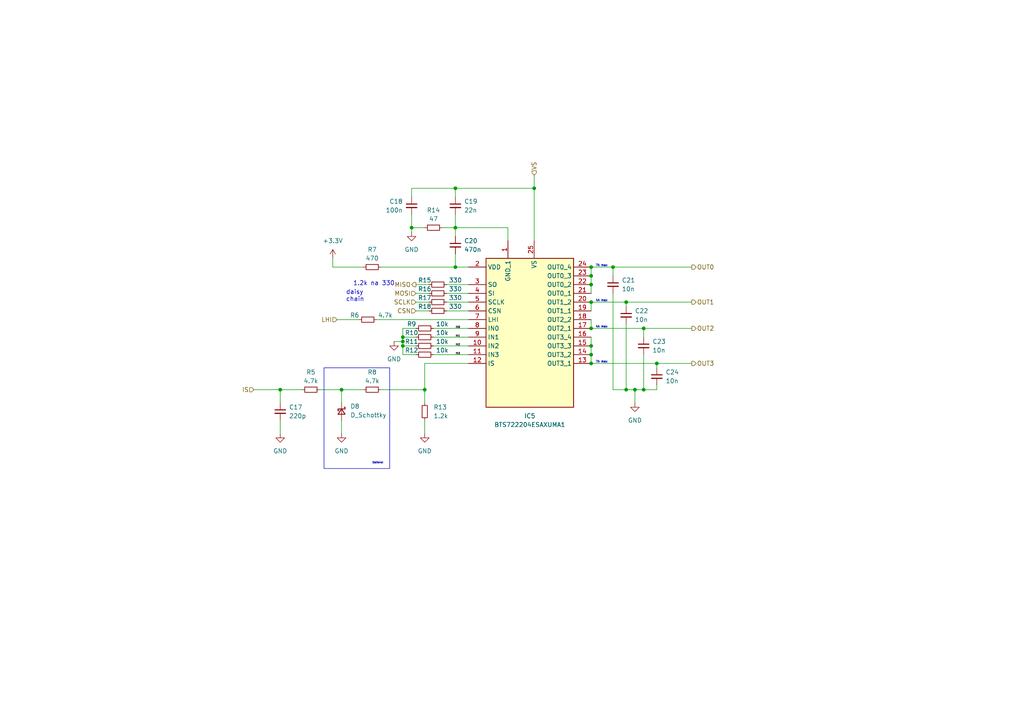
<source format=kicad_sch>
(kicad_sch (version 20231120) (generator "eeschema") (generator_version "8.0")
  (paper "A4")
  (lib_symbols
    (symbol "BTS722204ESAXUMA1:BTS722204ESAXUMA1"
      (property "Reference" "IC5" (at 17.78 -43.18 0))
      (property "Value" "BTS722204ESAXUMA1" (at 17.78 -45.72 0))
      (symbol "BTS722204ESAXUMA1_1_1"
        (rectangle (start 5.08 2.54) (end 30.48 -40.64) (stroke (width 0.254)) (fill (type background)))
        (pin passive line (at 11.43 7.62 270) (length 5.08) (name "GND_1") (number "1"))
        (pin passive line (at 0 -22.86 0) (length 5.08) (name "IN2") (number "10"))
        (pin passive line (at 0 -25.4 0) (length 5.08) (name "IN3") (number "11"))
        (pin passive line (at 0 -27.94 0) (length 5.08) (name "IS") (number "12"))
        (pin passive line (at 35.56 -27.94 180) (length 5.08) (name "OUT3_1") (number "13"))
        (pin passive line (at 35.56 -25.4 180) (length 5.08) (name "OUT3_2") (number "14"))
        (pin passive line (at 35.56 -22.86 180) (length 5.08) (name "OUT3_3") (number "15"))
        (pin passive line (at 35.56 -20.32 180) (length 5.08) (name "OUT3_4") (number "16"))
        (pin passive line (at 35.56 -17.78 180) (length 5.08) (name "OUT2_1") (number "17"))
        (pin passive line (at 35.56 -15.24 180) (length 5.08) (name "OUT2_2") (number "18"))
        (pin passive line (at 35.56 -12.7 180) (length 5.08) (name "OUT1_1") (number "19"))
        (pin passive line (at 0 0 0) (length 5.08) (name "VDD") (number "2"))
        (pin passive line (at 35.56 -10.16 180) (length 5.08) (name "OUT1_2") (number "20"))
        (pin passive line (at 35.56 -7.62 180) (length 5.08) (name "OUT0_1") (number "21"))
        (pin passive line (at 35.56 -5.08 180) (length 5.08) (name "OUT0_2") (number "22"))
        (pin passive line (at 35.56 -2.54 180) (length 5.08) (name "OUT0_3") (number "23"))
        (pin passive line (at 35.56 0 180) (length 5.08) (name "OUT0_4") (number "24"))
        (pin passive line (at 19.05 7.62 270) (length 5.08) (name "VS") (number "25"))
        (pin passive line (at 0 -5.08 0) (length 5.08) (name "SO") (number "3"))
        (pin passive line (at 0 -7.62 0) (length 5.08) (name "SI") (number "4"))
        (pin passive line (at 0 -10.16 0) (length 5.08) (name "SCLK") (number "5"))
        (pin passive line (at 0 -12.7 0) (length 5.08) (name "CSN") (number "6"))
        (pin passive line (at 0 -15.24 0) (length 5.08) (name "LHI") (number "7"))
        (pin passive line (at 0 -17.78 0) (length 5.08) (name "IN0") (number "8"))
        (pin passive line (at 0 -20.32 0) (length 5.08) (name "IN1") (number "9"))
      )
    )
    (symbol "Device:C_Small" (pin_numbers hide) (pin_names (offset 0.254) hide)
      (property "Reference" "C" (at 0.254 1.778 0))
      (property "Value" "C_Small" (at 0.254 -2.032 0))
      (symbol "C_Small_0_1"
        (polyline (pts (xy -1.524 -0.508) (xy 1.524 -0.508)) (stroke (width 0.3302)))
        (polyline (pts (xy -1.524 0.508) (xy 1.524 0.508)) (stroke (width 0.3048)))
      )
      (symbol "C_Small_1_1"
        (pin passive line (at 0 2.54 270) (length 2.032) (name "~") (number "1"))
        (pin passive line (at 0 -2.54 90) (length 2.032) (name "~") (number "2"))
      )
    )
    (symbol "Device:D_Schottky_Small" (pin_numbers hide) (pin_names (offset 0.254) hide)
      (property "Reference" "D" (at -1.27 2.032 0))
      (property "Value" "D_Schottky_Small" (at -7.112 -2.032 0))
      (symbol "D_Schottky_Small_0_1"
        (polyline (pts (xy -0.762 0) (xy 0.762 0)))
        (polyline (pts (xy 0.762 -1.016) (xy -0.762 0) (xy 0.762 1.016) (xy 0.762 -1.016)) (stroke (width 0.254)))
        (polyline (pts (xy -1.27 0.762) (xy -1.27 1.016) (xy -0.762 1.016) (xy -0.762 -1.016) (xy -0.254 -1.016) (xy -0.254 -0.762)) (stroke (width 0.254)))
      )
      (symbol "D_Schottky_Small_1_1"
        (pin passive line (at -2.54 0 0) (length 1.778) (name "K") (number "1"))
        (pin passive line (at 2.54 0 180) (length 1.778) (name "A") (number "2"))
      )
    )
    (symbol "Device:R_Small" (pin_numbers hide) (pin_names (offset 0.254) hide)
      (property "Reference" "R" (at 0.762 0.508 0))
      (property "Value" "R_Small" (at 0.762 -1.016 0))
      (symbol "R_Small_0_1"
        (rectangle (start -0.762 1.778) (end 0.762 -1.778) (stroke (width 0.2032)))
      )
      (symbol "R_Small_1_1"
        (pin passive line (at 0 2.54 270) (length 0.762) (name "~") (number "1"))
        (pin passive line (at 0 -2.54 90) (length 0.762) (name "~") (number "2"))
      )
    )
    (symbol "power:+3.3V" (power) (pin_names (offset 0))
      (property "Value" "+3.3V" (at 0 3.556 0))
      (symbol "+3.3V_0_1"
        (polyline (pts (xy -0.762 1.27) (xy 0 2.54)))
        (polyline (pts (xy 0 0) (xy 0 2.54)))
        (polyline (pts (xy 0 2.54) (xy 0.762 1.27)))
      )
      (symbol "+3.3V_1_1"
        (pin power_in line (at 0 0 90) (length 0) hide (name "+3.3V") (number "1"))
      )
    )
    (symbol "power:GND" (power) (pin_names (offset 0))
      (property "Value" "GND" (at 0 -3.81 0))
      (symbol "GND_0_1"
        (polyline (pts (xy 0 0) (xy 0 -1.27) (xy 1.27 -1.27) (xy 0 -2.54) (xy -1.27 -1.27) (xy 0 -1.27)))
      )
      (symbol "GND_1_1"
        (pin power_in line (at 0 0 270) (length 0) hide (name "GND") (number "1"))
      )
    )
  )
  (junction (at 116.84 97.79))
  (junction (at 171.45 100.33))
  (junction (at 171.45 87.63))
  (junction (at 132.08 66.04))
  (junction (at 181.61 87.63))
  (junction (at 181.61 113.03))
  (junction (at 81.28 113.03))
  (junction (at 99.06 113.03))
  (junction (at 116.84 100.33))
  (junction (at 171.45 80.01))
  (junction (at 119.38 66.04))
  (junction (at 171.45 95.25))
  (junction (at 132.08 77.47))
  (junction (at 154.94 54.61))
  (junction (at 186.69 95.25))
  (junction (at 171.45 77.47))
  (junction (at 190.5 105.41))
  (junction (at 184.15 113.03))
  (junction (at 186.69 113.03))
  (junction (at 177.8 77.47))
  (junction (at 171.45 102.87))
  (junction (at 132.08 54.61))
  (junction (at 123.19 113.03))
  (junction (at 116.84 99.06))
  (junction (at 171.45 105.41))
  (junction (at 171.45 82.55))
  (wire (pts (xy 120.65 85.09) (xy 124.46 85.09)))
  (wire (pts (xy 96.52 77.47) (xy 105.41 77.47)))
  (wire (pts (xy 184.15 113.03) (xy 186.69 113.03)))
  (wire (pts (xy 132.08 77.47) (xy 135.89 77.47)))
  (wire (pts (xy 92.71 113.03) (xy 99.06 113.03)))
  (wire (pts (xy 73.66 113.03) (xy 81.28 113.03)))
  (wire (pts (xy 119.38 66.04) (xy 123.19 66.04)))
  (wire (pts (xy 171.45 92.71) (xy 171.45 95.25)))
  (wire (pts (xy 116.84 100.33) (xy 116.84 102.87)))
  (wire (pts (xy 99.06 113.03) (xy 105.41 113.03)))
  (wire (pts (xy 120.65 82.55) (xy 124.46 82.55)))
  (wire (pts (xy 125.73 97.79) (xy 135.89 97.79)))
  (wire (pts (xy 125.73 95.25) (xy 135.89 95.25)))
  (wire (pts (xy 132.08 54.61) (xy 154.94 54.61)))
  (wire (pts (xy 181.61 88.9) (xy 181.61 87.63)))
  (wire (pts (xy 171.45 87.63) (xy 171.45 90.17)))
  (wire (pts (xy 186.69 113.03) (xy 190.5 113.03)))
  (wire (pts (xy 171.45 100.33) (xy 171.45 102.87)))
  (wire (pts (xy 129.54 87.63) (xy 135.89 87.63)))
  (wire (pts (xy 181.61 93.98) (xy 181.61 113.03)))
  (wire (pts (xy 181.61 87.63) (xy 200.66 87.63)))
  (wire (pts (xy 132.08 73.66) (xy 132.08 77.47)))
  (wire (pts (xy 114.3 99.06) (xy 116.84 99.06)))
  (wire (pts (xy 190.5 111.76) (xy 190.5 113.03)))
  (wire (pts (xy 120.65 90.17) (xy 124.46 90.17)))
  (wire (pts (xy 171.45 97.79) (xy 171.45 100.33)))
  (wire (pts (xy 190.5 105.41) (xy 200.66 105.41)))
  (wire (pts (xy 135.89 105.41) (xy 123.19 105.41)))
  (wire (pts (xy 132.08 62.23) (xy 132.08 66.04)))
  (wire (pts (xy 171.45 87.63) (xy 181.61 87.63)))
  (wire (pts (xy 119.38 62.23) (xy 119.38 66.04)))
  (wire (pts (xy 186.69 102.87) (xy 186.69 113.03)))
  (wire (pts (xy 96.52 74.93) (xy 96.52 77.47)))
  (wire (pts (xy 154.94 50.8) (xy 154.94 54.61)))
  (wire (pts (xy 99.06 121.92) (xy 99.06 125.73)))
  (wire (pts (xy 184.15 113.03) (xy 184.15 116.84)))
  (wire (pts (xy 99.06 113.03) (xy 99.06 116.84)))
  (wire (pts (xy 171.45 105.41) (xy 190.5 105.41)))
  (wire (pts (xy 147.32 66.04) (xy 147.32 69.85)))
  (wire (pts (xy 116.84 95.25) (xy 116.84 97.79)))
  (wire (pts (xy 132.08 54.61) (xy 132.08 57.15)))
  (wire (pts (xy 177.8 77.47) (xy 200.66 77.47)))
  (wire (pts (xy 81.28 113.03) (xy 81.28 116.84)))
  (wire (pts (xy 129.54 85.09) (xy 135.89 85.09)))
  (wire (pts (xy 97.79 92.71) (xy 104.14 92.71)))
  (wire (pts (xy 110.49 113.03) (xy 123.19 113.03)))
  (wire (pts (xy 171.45 102.87) (xy 171.45 105.41)))
  (wire (pts (xy 171.45 95.25) (xy 186.69 95.25)))
  (wire (pts (xy 119.38 67.31) (xy 119.38 66.04)))
  (wire (pts (xy 132.08 66.04) (xy 128.27 66.04)))
  (wire (pts (xy 123.19 121.92) (xy 123.19 125.73)))
  (wire (pts (xy 186.69 97.79) (xy 186.69 95.25)))
  (wire (pts (xy 123.19 105.41) (xy 123.19 113.03)))
  (wire (pts (xy 110.49 77.47) (xy 132.08 77.47)))
  (wire (pts (xy 154.94 54.61) (xy 154.94 69.85)))
  (wire (pts (xy 119.38 54.61) (xy 132.08 54.61)))
  (wire (pts (xy 116.84 97.79) (xy 120.65 97.79)))
  (wire (pts (xy 129.54 90.17) (xy 135.89 90.17)))
  (wire (pts (xy 177.8 85.09) (xy 177.8 113.03)))
  (wire (pts (xy 116.84 102.87) (xy 120.65 102.87)))
  (wire (pts (xy 123.19 113.03) (xy 123.19 116.84)))
  (wire (pts (xy 81.28 113.03) (xy 87.63 113.03)))
  (wire (pts (xy 177.8 113.03) (xy 181.61 113.03)))
  (wire (pts (xy 116.84 100.33) (xy 120.65 100.33)))
  (wire (pts (xy 125.73 100.33) (xy 135.89 100.33)))
  (wire (pts (xy 135.89 92.71) (xy 109.22 92.71)))
  (wire (pts (xy 119.38 57.15) (xy 119.38 54.61)))
  (wire (pts (xy 190.5 106.68) (xy 190.5 105.41)))
  (wire (pts (xy 81.28 121.92) (xy 81.28 125.73)))
  (wire (pts (xy 177.8 80.01) (xy 177.8 77.47)))
  (wire (pts (xy 116.84 95.25) (xy 120.65 95.25)))
  (wire (pts (xy 116.84 97.79) (xy 116.84 99.06)))
  (wire (pts (xy 171.45 80.01) (xy 171.45 82.55)))
  (wire (pts (xy 125.73 102.87) (xy 135.89 102.87)))
  (wire (pts (xy 132.08 66.04) (xy 147.32 66.04)))
  (wire (pts (xy 129.54 82.55) (xy 135.89 82.55)))
  (wire (pts (xy 120.65 87.63) (xy 124.46 87.63)))
  (wire (pts (xy 186.69 95.25) (xy 200.66 95.25)))
  (wire (pts (xy 116.84 99.06) (xy 116.84 100.33)))
  (wire (pts (xy 181.61 113.03) (xy 184.15 113.03)))
  (wire (pts (xy 132.08 66.04) (xy 132.08 68.58)))
  (wire (pts (xy 171.45 77.47) (xy 171.45 80.01)))
  (wire (pts (xy 171.45 82.55) (xy 171.45 85.09)))
  (wire (pts (xy 171.45 77.47) (xy 177.8 77.47)))
  (rectangle (start 93.98 106.68) (end 113.03 135.89))
  (text "7A max" (at 172.72 105.41 0) (effects (font (size 0.6 0.6)) (justify left bottom)))
  (text "Optional\n" (at 107.95 134.62 0) (effects (font (size 0.5 0.5)) (justify left bottom)))
  (text "4A max" (at 172.72 87.63 0) (effects (font (size 0.6 0.6)) (justify left bottom)))
  (text "4A max" (at 172.72 95.25 0) (effects (font (size 0.6 0.6)) (justify left bottom)))
  (text "daisy\nchain" (at 100.33 87.63 0) (effects (font (size 1.27 1.27)) (justify left bottom)))
  (text "7A max" (at 172.72 77.47 0) (effects (font (size 0.6 0.6)) (justify left bottom)))
  (text "1.2k na 330" (at 108.458 82.296 0) (effects (font (size 1.27 1.27))))
  (label "IN2" (at 132.08 100.33 0) (effects (font (size 0.5 0.5))))
  (label "IN0" (at 132.08 95.25 0) (effects (font (size 0.5 0.5))))
  (label "IN3" (at 132.08 102.87 0) (effects (font (size 0.5 0.5))))
  (label "IN1" (at 132.08 97.79 0) (effects (font (size 0.5 0.5))))
  (hierarchical_label "CSN" (shape input) (at 120.65 90.17 180))
  (hierarchical_label "MOSI" (shape input) (at 120.65 85.09 180))
  (hierarchical_label "OUT1" (shape output) (at 200.66 87.63 0))
  (hierarchical_label "VS" (shape input) (at 154.94 50.8 90))
  (hierarchical_label "OUT0" (shape output) (at 200.66 77.47 0))
  (hierarchical_label "OUT3" (shape output) (at 200.66 105.41 0))
  (hierarchical_label "OUT2" (shape output) (at 200.66 95.25 0))
  (hierarchical_label "SCLK" (shape input) (at 120.65 87.63 180))
  (hierarchical_label "IS" (shape input) (at 73.66 113.03 180))
  (hierarchical_label "LHI" (shape input) (at 97.79 92.71 180))
  (hierarchical_label "MISO" (shape output) (at 120.65 82.55 180))
  (symbol (lib_id "Device:R_Small") (at 127 90.17 90) (unit 1)
    (property "Reference" "R18" (at 123.19 88.9 90))
    (property "Value" "330" (at 132.08 88.9 90))
    (property "Footprint" "Resistor_SMD:R_0603_1608Metric" (effects (hide yes)))
    (property "m" "560112116070" (effects (hide yes)))
    (instances (project "PUTM_EV_PDMv2_2024" (path "" (reference "R18") (unit 1)) (path "" (reference "R65") (unit 1)) (path "" (reference "R37") (unit 1)) (path "" (reference "R51") (unit 1))))
  )
  (symbol (lib_id "Device:R_Small") (at 123.19 100.33 90) (unit 1)
    (property "Reference" "R11" (at 119.38 99.06 90))
    (property "Value" "10k" (at 128.27 99.06 90))
    (property "Footprint" "Resistor_SMD:R_0603_1608Metric_Pad0.98x0.95mm_HandSolder" (effects (hide yes)))
    (property "m" "CRGH0603F10K" (effects (hide yes)))
    (instances (project "PUTM_EV_PDMv2_2024" (path "" (reference "R11") (unit 1)) (path "" (reference "R58") (unit 1)) (path "" (reference "R30") (unit 1)) (path "" (reference "R44") (unit 1))))
  )
  (symbol (lib_id "power:GND") (at 99.06 125.73 0) (unit 1)
    (property "Reference" "#PWR0105" (effects (hide yes)))
    (property "Value" "GND" (at 99.06 130.81 0))
    (instances (project "" (path "" (reference "#PWR058") (unit 1)) (path "" (reference "#PWR0105") (unit 1)) (path "" (reference "#PWR044") (unit 1)) (path "" (reference "#PWR051") (unit 1))))
  )
  (symbol (lib_id "power:+3.3V") (at 96.52 74.93 0) (unit 1)
    (property "Reference" "#PWR0106" (effects (hide yes)))
    (property "Value" "+3.3V" (at 96.52 69.85 0))
    (instances (project "" (path "" (reference "#PWR057") (unit 1)) (path "" (reference "#PWR0106") (unit 1)) (path "" (reference "#PWR043") (unit 1)) (path "" (reference "#PWR050") (unit 1))))
  )
  (symbol (lib_id "power:GND") (at 119.38 67.31 0) (unit 1)
    (property "Reference" "#PWR0101" (effects (hide yes)))
    (property "Value" "GND" (at 119.38 72.39 0))
    (instances (project "" (path "" (reference "#PWR060") (unit 1)) (path "" (reference "#PWR0101") (unit 1)) (path "" (reference "#PWR046") (unit 1)) (path "" (reference "#PWR053") (unit 1))))
  )
  (symbol (lib_id "Device:R_Small") (at 123.19 119.38 0) (unit 1)
    (property "Reference" "R13" (at 125.73 118.11 0) (effects (justify left)))
    (property "Value" "1.2k" (at 125.73 120.65 0) (effects (justify left)))
    (property "Footprint" "Resistor_SMD:R_0603_1608Metric_Pad0.98x0.95mm_HandSolder" (effects (hide yes)))
    (property "m" "560112116070" (effects (hide yes)))
    (instances (project "PUTM_EV_PDMv2_2024" (path "" (reference "R13") (unit 1)) (path "" (reference "R60") (unit 1)) (path "" (reference "R32") (unit 1)) (path "" (reference "R46") (unit 1))))
  )
  (symbol (lib_id "power:GND") (at 81.28 125.73 0) (unit 1)
    (property "Reference" "#PWR0104" (effects (hide yes)))
    (property "Value" "GND" (at 81.28 130.81 0))
    (instances (project "" (path "" (reference "#PWR056") (unit 1)) (path "" (reference "#PWR0104") (unit 1)) (path "" (reference "#PWR042") (unit 1)) (path "" (reference "#PWR049") (unit 1))))
  )
  (symbol (lib_id "Device:R_Small") (at 123.19 95.25 90) (unit 1)
    (property "Reference" "R9" (at 119.38 93.98 90))
    (property "Value" "10k" (at 128.27 93.98 90))
    (property "Footprint" "Resistor_SMD:R_0603_1608Metric_Pad0.98x0.95mm_HandSolder" (effects (hide yes)))
    (property "m" "CRGH0603F10K" (effects (hide yes)))
    (instances (project "PUTM_EV_PDMv2_2024" (path "" (reference "R9") (unit 1)) (path "" (reference "R56") (unit 1)) (path "" (reference "R28") (unit 1)) (path "" (reference "R42") (unit 1))))
  )
  (symbol (lib_id "Device:C_Small") (at 132.08 71.12 0) (unit 1)
    (property "Reference" "C20" (at 134.62 69.8563 0) (effects (justify left)))
    (property "Value" "470n" (at 134.62 72.3963 0) (effects (justify left)))
    (property "Footprint" "Capacitor_SMD:C_0603_1608Metric_Pad1.08x0.95mm_HandSolder" (effects (hide yes)))
    (property "m" "UMK107ABJ474KA-T" (effects (hide yes)))
    (instances (project "PUTM_EV_PDMv2_2024" (path "" (reference "C20") (unit 1)) (path "" (reference "C48") (unit 1)) (path "" (reference "C32") (unit 1)) (path "" (reference "C40") (unit 1))))
  )
  (symbol (lib_id "power:GND") (at 114.3 99.06 0) (unit 1)
    (property "Reference" "#PWR0107" (effects (hide yes)))
    (property "Value" "GND" (at 114.3 104.14 0))
    (instances (project "" (path "" (reference "#PWR059") (unit 1)) (path "" (reference "#PWR0107") (unit 1)) (path "" (reference "#PWR045") (unit 1)) (path "" (reference "#PWR052") (unit 1))))
  )
  (symbol (lib_id "Device:D_Schottky_Small") (at 99.06 119.38 270) (unit 1)
    (property "Reference" "D8" (at 101.6 117.856 90) (effects (justify left)))
    (property "Value" "D_Schottky" (at 101.6 120.396 90) (effects (justify left)))
    (property "Footprint" "Diode_SMD:D_SMA" (effects (hide yes)))
    (property "Datasheet" "https://www.mouser.pl/ProductDetail/Taiwan-Semiconductor/SS34ALH?qs=A6eO%252BMLsxmQip%2FrgNup6RA%3D%3D" (effects (hide yes)))
    (property "m" "SS34ALH" (effects (hide yes)))
    (instances (project "PUTM_EV_PDMv2_2024" (path "" (reference "D8") (unit 1)) (path "" (reference "D14") (unit 1)) (path "" (reference "D12") (unit 1)) (path "" (reference "D13") (unit 1))))
  )
  (symbol (lib_id "Device:R_Small") (at 127 82.55 90) (unit 1)
    (property "Reference" "R15" (at 123.19 81.28 90))
    (property "Value" "330" (at 132.08 81.28 90))
    (property "Footprint" "Resistor_SMD:R_0603_1608Metric" (effects (hide yes)))
    (property "m" "560112116070" (effects (hide yes)))
    (instances (project "PUTM_EV_PDMv2_2024" (path "" (reference "R15") (unit 1)) (path "" (reference "R62") (unit 1)) (path "" (reference "R34") (unit 1)) (path "" (reference "R48") (unit 1))))
  )
  (symbol (lib_id "Device:R_Small") (at 107.95 113.03 90) (unit 1)
    (property "Reference" "R8" (at 107.95 107.95 90))
    (property "Value" "4.7k" (at 107.95 110.49 90))
    (property "Footprint" "Resistor_SMD:R_0603_1608Metric_Pad0.98x0.95mm_HandSolder" (effects (hide yes)))
    (property "m" "RCC06034K70FKEA" (effects (hide yes)))
    (instances (project "PUTM_EV_PDMv2_2024" (path "" (reference "R8") (unit 1)) (path "" (reference "R55") (unit 1)) (path "" (reference "R27") (unit 1)) (path "" (reference "R41") (unit 1))))
  )
  (symbol (lib_id "Device:C_Small") (at 81.28 119.38 0) (unit 1)
    (property "Reference" "C17" (at 83.82 118.1163 0) (effects (justify left)))
    (property "Value" "220p" (at 83.82 120.6563 0) (effects (justify left)))
    (property "Footprint" "Capacitor_SMD:C_0603_1608Metric_Pad1.08x0.95mm_HandSolder" (effects (hide yes)))
    (property "m" "C0603C221M8HACTU" (effects (hide yes)))
    (instances (project "PUTM_EV_PDMv2_2024" (path "" (reference "C17") (unit 1)) (path "" (reference "C45") (unit 1)) (path "" (reference "C29") (unit 1)) (path "" (reference "C37") (unit 1))))
  )
  (symbol (lib_id "Device:R_Small") (at 125.73 66.04 90) (unit 1)
    (property "Reference" "R14" (at 125.73 60.96 90))
    (property "Value" "47" (at 125.73 63.5 90))
    (property "Footprint" "Resistor_SMD:R_0603_1608Metric_Pad0.98x0.95mm_HandSolder" (effects (hide yes)))
    (property "m" "RC0603FR-7W47RL" (effects (hide yes)))
    (instances (project "PUTM_EV_PDMv2_2024" (path "" (reference "R14") (unit 1)) (path "" (reference "R61") (unit 1)) (path "" (reference "R33") (unit 1)) (path "" (reference "R47") (unit 1))))
  )
  (symbol (lib_id "BTS722204ESAXUMA1:BTS722204ESAXUMA1") (at 135.89 77.47 0) (unit 1)
    (property "Reference" "IC5" (at 153.67 120.65 0))
    (property "Value" "BTS722204ESAXUMA1" (at 153.67 123.19 0))
    (property "Footprint" "SOP65P600X115-25N" (effects (hide yes)))
    (property "Datasheet" "https://www.infineon.com/dgdl/Infineon-BTS72220-4ESA-DS-v01_00-EN.pdf?fileId=5546d462636cc8fb0163feab173708d9" (effects (hide yes)))
    (property "Description" "Power Switch ICs - Power Distribution SPOC" (effects (hide yes)))
    (property "Height" "1.15" (effects (hide yes)))
    (property "Mouser Part Number" "726-BTS722204ESAXUMA" (effects (hide yes)))
    (property "Mouser Price/Stock" "https://www.mouser.co.uk/ProductDetail/Infineon-Technologies/BTS722204ESAXUMA1?qs=%252BEew9%252B0nqrBKRVYWm1E2Qg%3D%3D" (effects (hide yes)))
    (property "Manufacturer_Name" "Infineon" (effects (hide yes)))
    (property "Manufacturer_Part_Number" "BTS722204ESAXUMA1" (effects (hide yes)))
    (instances (project "" (path "" (reference "IC5") (unit 1)) (path "" (reference "IC8") (unit 1)) (path "" (reference "IC6") (unit 1)) (path "" (reference "IC7") (unit 1))))
  )
  (symbol (lib_id "Device:C_Small") (at 119.38 59.69 0) (unit 1)
    (property "Reference" "C18" (at 116.84 58.4263 0) (effects (justify right)))
    (property "Value" "100n" (at 116.84 60.9663 0) (effects (justify right)))
    (property "Footprint" "Capacitor_SMD:C_0603_1608Metric_Pad1.08x0.95mm_HandSolder" (effects (hide yes)))
    (property "m" "C0603C104K5RAC3121" (effects (hide yes)))
    (instances (project "PUTM_EV_PDMv2_2024" (path "" (reference "C18") (unit 1)) (path "" (reference "C46") (unit 1)) (path "" (reference "C30") (unit 1)) (path "" (reference "C38") (unit 1))))
  )
  (symbol (lib_id "Device:C_Small") (at 132.08 59.69 0) (mirror y) (unit 1)
    (property "Reference" "C19" (at 134.62 58.4263 0) (effects (justify right)))
    (property "Value" "22n" (at 134.62 60.9663 0) (effects (justify right)))
    (property "Footprint" "Capacitor_SMD:C_0603_1608Metric_Pad1.08x0.95mm_HandSolder" (effects (hide yes)))
    (property "m" "C0603C223K5RACTM" (effects (hide yes)))
    (instances (project "PUTM_EV_PDMv2_2024" (path "" (reference "C19") (unit 1)) (path "" (reference "C47") (unit 1)) (path "" (reference "C31") (unit 1)) (path "" (reference "C39") (unit 1))))
  )
  (symbol (lib_id "Device:R_Small") (at 127 85.09 90) (unit 1)
    (property "Reference" "R16" (at 123.19 83.82 90))
    (property "Value" "330" (at 132.08 83.82 90))
    (property "Footprint" "Resistor_SMD:R_0603_1608Metric" (effects (hide yes)))
    (property "m" "560112116070" (effects (hide yes)))
    (instances (project "PUTM_EV_PDMv2_2024" (path "" (reference "R16") (unit 1)) (path "" (reference "R63") (unit 1)) (path "" (reference "R35") (unit 1)) (path "" (reference "R49") (unit 1))))
  )
  (symbol (lib_id "Device:R_Small") (at 107.95 77.47 90) (unit 1)
    (property "Reference" "R7" (at 107.95 72.39 90))
    (property "Value" "470" (at 107.95 74.93 90))
    (property "Footprint" "Resistor_SMD:R_0603_1608Metric_Pad0.98x0.95mm_HandSolder" (effects (hide yes)))
    (property "m" "AC0603JR-7W470RL" (effects (hide yes)))
    (instances (project "PUTM_EV_PDMv2_2024" (path "" (reference "R7") (unit 1)) (path "" (reference "R54") (unit 1)) (path "" (reference "R26") (unit 1)) (path "" (reference "R40") (unit 1))))
  )
  (symbol (lib_id "power:GND") (at 184.15 116.84 0) (unit 1)
    (property "Reference" "#PWR0102" (effects (hide yes)))
    (property "Value" "GND" (at 184.15 121.92 0))
    (instances (project "" (path "" (reference "#PWR062") (unit 1)) (path "" (reference "#PWR0102") (unit 1)) (path "" (reference "#PWR048") (unit 1)) (path "" (reference "#PWR055") (unit 1))))
  )
  (symbol (lib_id "Device:C_Small") (at 177.8 82.55 0) (unit 1)
    (property "Reference" "C21" (at 180.34 81.2863 0) (effects (justify left)))
    (property "Value" "10n" (at 180.34 83.8263 0) (effects (justify left)))
    (property "Footprint" "Capacitor_SMD:C_0603_1608Metric_Pad1.08x0.95mm_HandSolder" (effects (hide yes)))
    (property "m" "C0603C103J5RAC7411" (effects (hide yes)))
    (instances (project "PUTM_EV_PDMv2_2024" (path "" (reference "C21") (unit 1)) (path "" (reference "C49") (unit 1)) (path "" (reference "C33") (unit 1)) (path "" (reference "C41") (unit 1))))
  )
  (symbol (lib_id "Device:R_Small") (at 123.19 97.79 90) (unit 1)
    (property "Reference" "R10" (at 119.38 96.52 90))
    (property "Value" "10k" (at 128.27 96.52 90))
    (property "Footprint" "Resistor_SMD:R_0603_1608Metric_Pad0.98x0.95mm_HandSolder" (effects (hide yes)))
    (property "m" "CRGH0603F10K" (effects (hide yes)))
    (instances (project "PUTM_EV_PDMv2_2024" (path "" (reference "R10") (unit 1)) (path "" (reference "R57") (unit 1)) (path "" (reference "R29") (unit 1)) (path "" (reference "R43") (unit 1))))
  )
  (symbol (lib_id "Device:C_Small") (at 186.69 100.33 0) (unit 1)
    (property "Reference" "C23" (at 189.23 99.0663 0) (effects (justify left)))
    (property "Value" "10n" (at 189.23 101.6063 0) (effects (justify left)))
    (property "Footprint" "Capacitor_SMD:C_0603_1608Metric_Pad1.08x0.95mm_HandSolder" (effects (hide yes)))
    (property "m" "C0603C103J5RAC7411" (effects (hide yes)))
    (instances (project "PUTM_EV_PDMv2_2024" (path "" (reference "C23") (unit 1)) (path "" (reference "C51") (unit 1)) (path "" (reference "C35") (unit 1)) (path "" (reference "C43") (unit 1))))
  )
  (symbol (lib_id "power:GND") (at 123.19 125.73 0) (unit 1)
    (property "Reference" "#PWR0103" (effects (hide yes)))
    (property "Value" "GND" (at 123.19 130.81 0))
    (instances (project "" (path "" (reference "#PWR061") (unit 1)) (path "" (reference "#PWR0103") (unit 1)) (path "" (reference "#PWR047") (unit 1)) (path "" (reference "#PWR054") (unit 1))))
  )
  (symbol (lib_id "Device:C_Small") (at 190.5 109.22 0) (unit 1)
    (property "Reference" "C24" (at 193.04 107.9563 0) (effects (justify left)))
    (property "Value" "10n" (at 193.04 110.4963 0) (effects (justify left)))
    (property "Footprint" "Capacitor_SMD:C_0603_1608Metric_Pad1.08x0.95mm_HandSolder" (effects (hide yes)))
    (property "m" "C0603C103J5RAC7411" (effects (hide yes)))
    (instances (project "PUTM_EV_PDMv2_2024" (path "" (reference "C24") (unit 1)) (path "" (reference "C52") (unit 1)) (path "" (reference "C36") (unit 1)) (path "" (reference "C44") (unit 1))))
  )
  (symbol (lib_id "Device:R_Small") (at 106.68 92.71 90) (unit 1)
    (property "Reference" "R6" (at 102.87 91.44 90))
    (property "Value" "4.7k" (at 111.76 91.44 90))
    (property "Footprint" "Resistor_SMD:R_0603_1608Metric" (effects (hide yes)))
    (property "m" "RCC06034K70FKEA" (effects (hide yes)))
    (instances (project "PUTM_EV_PDMv2_2024" (path "" (reference "R6") (unit 1)) (path "" (reference "R53") (unit 1)) (path "" (reference "R25") (unit 1)) (path "" (reference "R39") (unit 1))))
  )
  (symbol (lib_id "Device:R_Small") (at 90.17 113.03 90) (unit 1)
    (property "Reference" "R5" (at 90.17 107.95 90))
    (property "Value" "4.7k" (at 90.17 110.49 90))
    (property "Footprint" "Resistor_SMD:R_0603_1608Metric_Pad0.98x0.95mm_HandSolder" (effects (hide yes)))
    (property "m" "RCC06034K70FKEA" (effects (hide yes)))
    (instances (project "PUTM_EV_PDMv2_2024" (path "" (reference "R5") (unit 1)) (path "" (reference "R52") (unit 1)) (path "" (reference "R24") (unit 1)) (path "" (reference "R38") (unit 1))))
  )
  (symbol (lib_id "Device:R_Small") (at 123.19 102.87 90) (unit 1)
    (property "Reference" "R12" (at 119.38 101.6 90))
    (property "Value" "10k" (at 128.27 101.6 90))
    (property "Footprint" "Resistor_SMD:R_0603_1608Metric_Pad0.98x0.95mm_HandSolder" (effects (hide yes)))
    (property "m" "CRGH0603F10K" (effects (hide yes)))
    (instances (project "PUTM_EV_PDMv2_2024" (path "" (reference "R12") (unit 1)) (path "" (reference "R59") (unit 1)) (path "" (reference "R31") (unit 1)) (path "" (reference "R45") (unit 1))))
  )
  (symbol (lib_id "Device:R_Small") (at 127 87.63 90) (unit 1)
    (property "Reference" "R17" (at 123.19 86.36 90))
    (property "Value" "330" (at 132.08 86.36 90))
    (property "Footprint" "Resistor_SMD:R_0603_1608Metric" (effects (hide yes)))
    (property "m" "560112116070" (effects (hide yes)))
    (instances (project "PUTM_EV_PDMv2_2024" (path "" (reference "R17") (unit 1)) (path "" (reference "R64") (unit 1)) (path "" (reference "R36") (unit 1)) (path "" (reference "R50") (unit 1))))
  )
  (symbol (lib_id "Device:C_Small") (at 181.61 91.44 0) (unit 1)
    (property "Reference" "C22" (at 184.15 90.1763 0) (effects (justify left)))
    (property "Value" "10n" (at 184.15 92.7163 0) (effects (justify left)))
    (property "Footprint" "Capacitor_SMD:C_0603_1608Metric_Pad1.08x0.95mm_HandSolder" (effects (hide yes)))
    (property "m" "C0603C103J5RAC7411" (effects (hide yes)))
    (instances (project "PUTM_EV_PDMv2_2024" (path "" (reference "C22") (unit 1)) (path "" (reference "C50") (unit 1)) (path "" (reference "C34") (unit 1)) (path "" (reference "C42") (unit 1))))
  )
)
</source>
